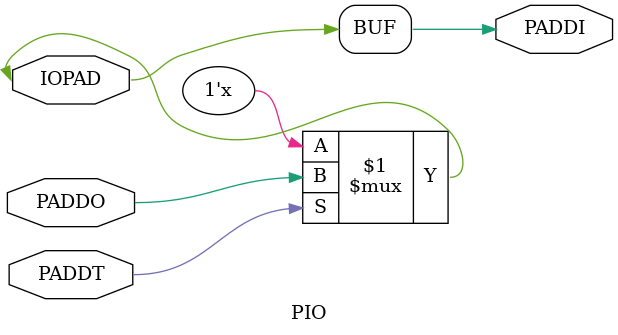
<source format=v>
`timescale 1ns/1ns
module PIO (PADDT, PADDO, PADDI, IOPAD);
    //Port Type List [Expanded Bus/Bit]
    input PADDT;
    input PADDO;
    output PADDI;
    inout IOPAD;

    assign PADDI = IOPAD; 
    assign IOPAD = PADDT? PADDO : 1'bz;

        
endmodule 

</source>
